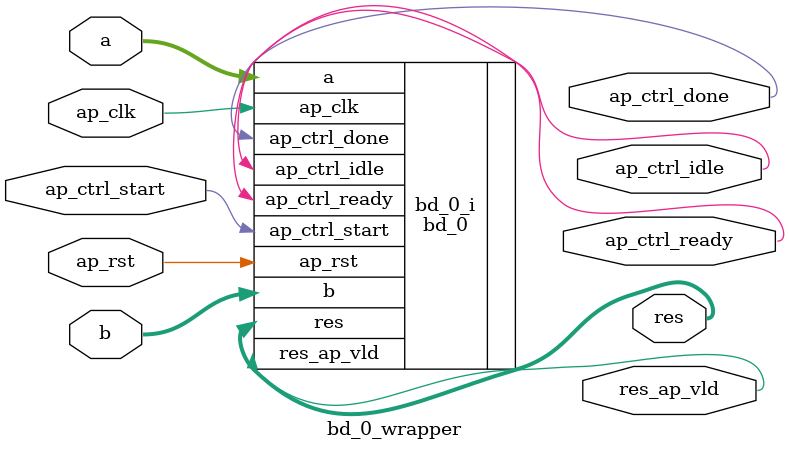
<source format=v>
`timescale 1 ps / 1 ps

module bd_0_wrapper
   (a,
    ap_clk,
    ap_ctrl_done,
    ap_ctrl_idle,
    ap_ctrl_ready,
    ap_ctrl_start,
    ap_rst,
    b,
    res,
    res_ap_vld);
  input [319:0]a;
  input ap_clk;
  output ap_ctrl_done;
  output ap_ctrl_idle;
  output ap_ctrl_ready;
  input ap_ctrl_start;
  input ap_rst;
  input [319:0]b;
  output [319:0]res;
  output res_ap_vld;

  wire [319:0]a;
  wire ap_clk;
  wire ap_ctrl_done;
  wire ap_ctrl_idle;
  wire ap_ctrl_ready;
  wire ap_ctrl_start;
  wire ap_rst;
  wire [319:0]b;
  wire [319:0]res;
  wire res_ap_vld;

  bd_0 bd_0_i
       (.a(a),
        .ap_clk(ap_clk),
        .ap_ctrl_done(ap_ctrl_done),
        .ap_ctrl_idle(ap_ctrl_idle),
        .ap_ctrl_ready(ap_ctrl_ready),
        .ap_ctrl_start(ap_ctrl_start),
        .ap_rst(ap_rst),
        .b(b),
        .res(res),
        .res_ap_vld(res_ap_vld));
endmodule

</source>
